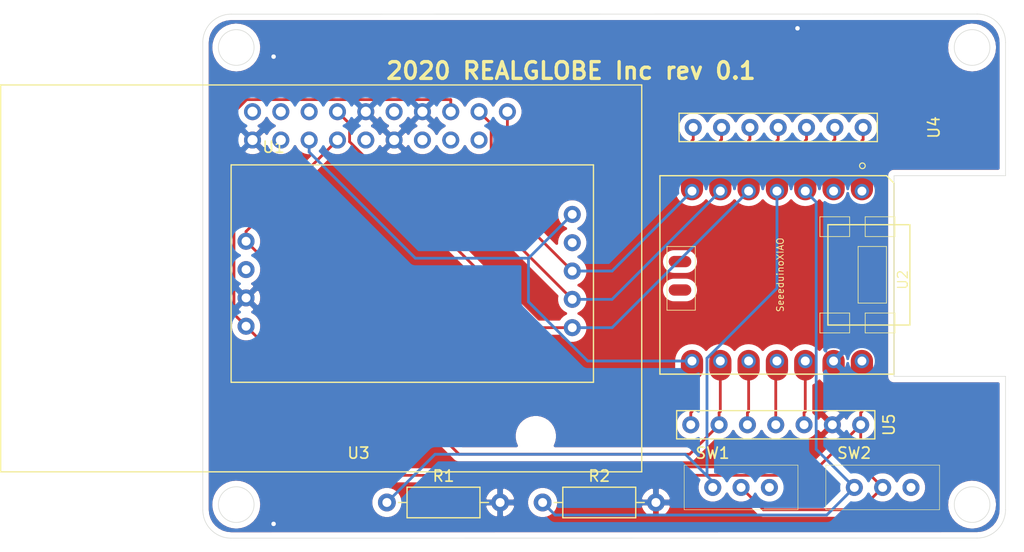
<source format=kicad_pcb>
(kicad_pcb (version 20171130) (host pcbnew "(5.1.2-1)-1")
  (layers (0 F.Cu signal) (31 B.Cu signal) (34 B.Paste user) (35 F.Paste user) (36 B.SilkS user) (37 F.SilkS user) (38 B.Mask user) (39 F.Mask user) (44 Edge.Cuts user))
  (net 0 "")
  (net 1 "Net-(R1-Pad1)")
  (net 2 GND)
  (net 3 "Net-(R2-Pad1)")
  (net 4 "Net-(U1-Pad7)")
  (net 5 "Net-(U1-Pad6)")
  (net 6 "Net-(U1-Pad5)")
  (net 7 "Net-(U1-Pad4)")
  (net 8 "Net-(U1-Pad3)")
  (net 9 "Net-(U1-Pad1)")
  (net 10 "Net-(U1-Pad2)")
  (net 11 "Net-(U2-Pad11)")
  (net 12 "Net-(U2-Pad10)")
  (net 13 "Net-(U2-Pad15)")
  (net 14 "Net-(U2-Pad16)")
  (net 15 "Net-(U2-Pad17)")
  (net 16 "Net-(U2-Pad18)")
  (net 17 "Net-(U2-Pad19)")
  (net 18 "Net-(U2-Pad20)")
  (net 19 "Net-(SW1-Pad3)")
  (net 20 "Net-(SW2-Pad3)")
  (net 21 "Net-(U2-Pad2)")
  (net 22 "Net-(U2-Pad1)")
  (net 23 +5V)
  (net 24 "Net-(U2-Pad12)")
  (net 25 "Net-(U3-Pad15)")
  (net 26 "Net-(U3-Pad14)")
  (net 27 "Net-(U3-Pad13)")
  (net 28 "Net-(U3-Pad11)")
  (net 29 "Net-(U3-Pad10)")
  (net 30 "Net-(U3-Pad9)")
  (net 31 "Net-(U3-Pad7)")
  (net 32 "Net-(U3-Pad4)")
  (net 33 "Net-(U3-Pad1)")
  (module kicad_mylib:MH-Z14A (layer F.Cu) (at 39.37 -40.64 180)
    (fp_text reference U3 (at 25.4 -33.02) (layer F.SilkS))
    (fp_text value MH-Z14A)
    (fp_line (start 0 0) (end 57.5 0) (layer F.SilkS) (width 0.12))
    (fp_line (start 0 -34.7) (end 57.5 -34.7) (layer F.SilkS) (width 0.12))
    (fp_line (start 0 -34.7) (end 0 0) (layer F.SilkS) (width 0.12))
    (fp_line (start 57.5 -34.7) (end 57.5 0) (layer F.SilkS) (width 0.12))
    (pad 19 thru_hole circle (at 12.05 -2.4 180) (size 1.524 1.524) (drill 0.9) (layers *.Cu *.Mask) (net 8 "Net-(U1-Pad3)"))
    (pad 18 thru_hole circle (at 14.59 -2.4 180) (size 1.524 1.524) (drill 0.9) (layers *.Cu *.Mask) (net 7 "Net-(U1-Pad4)"))
    (pad 17 thru_hole circle (at 17.13 -2.4 180) (size 1.524 1.524) (drill 0.9) (layers *.Cu *.Mask) (net 23 +5V))
    (pad 16 thru_hole circle (at 19.67 -2.4 180) (size 1.524 1.524) (drill 0.9) (layers *.Cu *.Mask) (net 2 GND))
    (pad 15 thru_hole circle (at 19.67 -4.94 180) (size 1.524 1.524) (drill 0.9) (layers *.Cu *.Mask) (net 25 "Net-(U3-Pad15)"))
    (pad 14 thru_hole circle (at 17.13 -4.94 180) (size 1.524 1.524) (drill 0.9) (layers *.Cu *.Mask) (net 26 "Net-(U3-Pad14)"))
    (pad 13 thru_hole circle (at 14.59 -4.94 180) (size 1.524 1.524) (drill 0.9) (layers *.Cu *.Mask) (net 27 "Net-(U3-Pad13)"))
    (pad 12 thru_hole circle (at 34.91 -4.94 180) (size 1.524 1.524) (drill 0.9) (layers *.Cu *.Mask) (net 2 GND))
    (pad 11 thru_hole circle (at 34.91 -2.4 180) (size 1.524 1.524) (drill 0.9) (layers *.Cu *.Mask) (net 28 "Net-(U3-Pad11)"))
    (pad 10 thru_hole circle (at 32.37 -4.94 180) (size 1.524 1.524) (drill 0.9) (layers *.Cu *.Mask) (net 29 "Net-(U3-Pad10)"))
    (pad 9 thru_hole circle (at 32.37 -2.4 180) (size 1.524 1.524) (drill 0.9) (layers *.Cu *.Mask) (net 30 "Net-(U3-Pad9)"))
    (pad 8 thru_hole circle (at 29.83 -4.94 180) (size 1.524 1.524) (drill 0.9) (layers *.Cu *.Mask) (net 9 "Net-(U1-Pad1)"))
    (pad 7 thru_hole circle (at 29.83 -2.4 180) (size 1.524 1.524) (drill 0.9) (layers *.Cu *.Mask) (net 31 "Net-(U3-Pad7)"))
    (pad 6 thru_hole circle (at 27.29 -4.94 180) (size 1.524 1.524) (drill 0.9) (layers *.Cu *.Mask) (net 5 "Net-(U1-Pad6)"))
    (pad 5 thru_hole circle (at 27.29 -2.4 180) (size 1.524 1.524) (drill 0.9) (layers *.Cu *.Mask) (net 6 "Net-(U1-Pad5)"))
    (pad 4 thru_hole circle (at 24.75 -4.94 180) (size 1.524 1.524) (drill 0.9) (layers *.Cu *.Mask) (net 32 "Net-(U3-Pad4)"))
    (pad 3 thru_hole circle (at 24.75 -2.4 180) (size 1.524 1.524) (drill 0.9) (layers *.Cu *.Mask) (net 2 GND))
    (pad 1 thru_hole circle (at 22.21 -2.4 180) (size 1.524 1.524) (drill 0.9) (layers *.Cu *.Mask) (net 33 "Net-(U3-Pad1)"))
    (pad 2 thru_hole circle (at 22.21 -4.94 180) (size 1.524 1.524) (drill 0.9) (layers *.Cu *.Mask) (net 2 GND))
    (pad "" np_thru_hole circle (at 9.5 -31.5 180) (size 2.6 2.6) (drill 2.6) (layers *.Cu *.Mask))
    (pad "" np_thru_hole circle (at 54 -31.5 180) (size 2.6 2.6) (drill 2.6) (layers *.Cu *.Mask))
    (pad "" np_thru_hole circle (at 54 -2.5 180) (size 2.6 2.6) (drill 2.6) (layers *.Cu *.Mask))
  )
  (module kicad_mylib:SeeedXIAO (layer F.Cu) (at 41 -32.5 270)
    (fp_text reference U2 (at 9.3345 -21.7805 90) (layer F.SilkS) (effects (font (size 0.889 0.889) (thickness 0.1016))))
    (fp_text value SeeeduinoXIAO (at 8.89 -10.795 90) (layer F.SilkS) (effects (font (size 0.6096 0.6096) (thickness 0.0762))))
    (fp_circle (center -0.889 -18.161) (end -0.889 -18.415) (layer F.SilkS) (width 0.1))
    (fp_line (start 4.3942 -15.06982) (end 4.3942 -22.42312) (layer F.SilkS) (width 0.127))
    (fp_line (start 13.39342 -15.06982) (end 4.3942 -15.06982) (layer F.SilkS) (width 0.127))
    (fp_line (start 13.39342 -22.42312) (end 13.39342 -15.06982) (layer F.SilkS) (width 0.127))
    (fp_line (start 4.39928 -22.42312) (end 13.39342 -22.42312) (layer F.SilkS) (width 0.127))
    (fp_line (start 0 -20.32762) (end 0 0) (layer F.SilkS) (width 0.127))
    (fp_line (start 0.67056 -20.99818) (end 0 -20.32762) (layer F.SilkS) (width 0.127))
    (fp_line (start 17.79778 -20.99818) (end 0.67056 -20.99818) (layer F.SilkS) (width 0.127))
    (fp_line (start 17.79778 0) (end 17.79778 -20.99818) (layer F.SilkS) (width 0.127))
    (fp_line (start 0 0) (end 17.79778 0) (layer F.SilkS) (width 0.127))
    (fp_line (start 12.319 -18.415) (end 12.319 -21.082) (layer F.SilkS) (width 0.06604))
    (fp_line (start 12.319 -21.082) (end 14.097 -21.082) (layer F.SilkS) (width 0.06604))
    (fp_line (start 14.097 -18.415) (end 14.097 -21.082) (layer F.SilkS) (width 0.06604))
    (fp_line (start 12.319 -18.415) (end 14.097 -18.415) (layer F.SilkS) (width 0.06604))
    (fp_line (start 12.319 -14.34846) (end 12.319 -17.018) (layer F.SilkS) (width 0.06604))
    (fp_line (start 12.319 -17.018) (end 14.097 -17.018) (layer F.SilkS) (width 0.06604))
    (fp_line (start 14.097 -14.34846) (end 14.097 -17.018) (layer F.SilkS) (width 0.06604))
    (fp_line (start 12.319 -14.34846) (end 14.097 -14.34846) (layer F.SilkS) (width 0.06604))
    (fp_line (start 3.683 -14.34846) (end 3.683 -17.018) (layer F.SilkS) (width 0.06604))
    (fp_line (start 3.683 -17.018) (end 5.461 -17.018) (layer F.SilkS) (width 0.06604))
    (fp_line (start 5.461 -14.34846) (end 5.461 -17.018) (layer F.SilkS) (width 0.06604))
    (fp_line (start 3.683 -14.34846) (end 5.461 -14.34846) (layer F.SilkS) (width 0.06604))
    (fp_line (start 3.683 -18.415) (end 3.683 -21.082) (layer F.SilkS) (width 0.06604))
    (fp_line (start 3.683 -21.082) (end 5.461 -21.082) (layer F.SilkS) (width 0.06604))
    (fp_line (start 5.461 -18.415) (end 5.461 -21.082) (layer F.SilkS) (width 0.06604))
    (fp_line (start 3.683 -18.415) (end 5.461 -18.415) (layer F.SilkS) (width 0.06604))
    (fp_line (start 6.35 -0.635) (end 6.35 -3.175) (layer F.SilkS) (width 0.06604))
    (fp_line (start 6.35 -3.175) (end 12.065 -3.175) (layer F.SilkS) (width 0.06604))
    (fp_line (start 12.065 -0.635) (end 12.065 -3.175) (layer F.SilkS) (width 0.06604))
    (fp_line (start 6.35 -0.635) (end 12.065 -0.635) (layer F.SilkS) (width 0.06604))
    (fp_line (start 6.35 -17.78) (end 6.35 -20.32) (layer F.SilkS) (width 0.06604))
    (fp_line (start 6.35 -20.32) (end 11.43 -20.32) (layer F.SilkS) (width 0.06604))
    (fp_line (start 11.43 -17.78) (end 11.43 -20.32) (layer F.SilkS) (width 0.06604))
    (fp_line (start 6.35 -17.78) (end 11.43 -17.78) (layer F.SilkS) (width 0.06604))
    (pad 8 thru_hole circle (at 16.62 -2.877 270) (size 1.3 1.3) (drill 0.8) (layers *.Cu *.Mask) (net 9 "Net-(U1-Pad1)"))
    (pad 9 thru_hole circle (at 16.62 -5.417 270) (size 1.3 1.3) (drill 0.8) (layers *.Cu *.Mask) (net 5 "Net-(U1-Pad6)"))
    (pad 10 thru_hole circle (at 16.62 -7.957 270) (size 1.3 1.3) (drill 0.8) (layers *.Cu *.Mask) (net 12 "Net-(U2-Pad10)"))
    (pad 11 thru_hole circle (at 16.62 -10.497 270) (size 1.3 1.3) (drill 0.8) (layers *.Cu *.Mask) (net 11 "Net-(U2-Pad11)"))
    (pad 12 thru_hole circle (at 16.62 -13.037 270) (size 1.3 1.3) (drill 0.8) (layers *.Cu *.Mask) (net 24 "Net-(U2-Pad12)"))
    (pad 13 thru_hole circle (at 16.62 -15.577 270) (size 1.3 1.3) (drill 0.8) (layers *.Cu *.Mask) (net 2 GND))
    (pad 14 thru_hole circle (at 16.62 -18.117 270) (size 1.3 1.3) (drill 0.8) (layers *.Cu *.Mask) (net 23 +5V))
    (pad 14 smd oval (at 16.99768 -18.11782 270) (size 2.74828 1.99898) (layers F.Cu F.Paste F.Mask) (net 23 +5V))
    (pad 13 smd oval (at 16.99768 -15.57782 270) (size 2.74828 1.99898) (layers F.Cu F.Paste F.Mask) (net 2 GND))
    (pad 12 smd oval (at 16.99768 -13.03782 270) (size 2.74828 1.99898) (layers F.Cu F.Paste F.Mask) (net 24 "Net-(U2-Pad12)"))
    (pad 11 smd oval (at 16.99768 -10.49782 270) (size 2.74828 1.99898) (layers F.Cu F.Paste F.Mask) (net 11 "Net-(U2-Pad11)"))
    (pad 10 smd oval (at 16.99768 -7.95782 270) (size 2.74828 1.99898) (layers F.Cu F.Paste F.Mask) (net 12 "Net-(U2-Pad10)"))
    (pad 9 smd oval (at 16.99768 -5.41782 270) (size 2.74828 1.99898) (layers F.Cu F.Paste F.Mask) (net 5 "Net-(U1-Pad6)"))
    (pad 8 smd oval (at 16.99768 -2.87782 270) (size 2.74828 1.99898) (layers F.Cu F.Paste F.Mask) (net 9 "Net-(U1-Pad1)"))
    (pad 7 smd oval (at 0.83312 -2.87782 270) (size 2.74828 1.99898) (layers F.Cu F.Paste F.Mask) (net 8 "Net-(U1-Pad3)"))
    (pad 6 smd oval (at 0.83312 -5.41782 270) (size 2.74828 1.99898) (layers F.Cu F.Paste F.Mask) (net 7 "Net-(U1-Pad4)"))
    (pad 5 smd oval (at 0.83312 -7.95782 270) (size 2.74828 1.99898) (layers F.Cu F.Paste F.Mask) (net 6 "Net-(U1-Pad5)"))
    (pad 4 smd oval (at 0.83312 -10.49782 270) (size 2.74828 1.99898) (layers F.Cu F.Paste F.Mask) (net 1 "Net-(R1-Pad1)"))
    (pad 3 smd oval (at 0.83312 -13.03782 270) (size 2.74828 1.99898) (layers F.Cu F.Paste F.Mask) (net 3 "Net-(R2-Pad1)"))
    (pad 2 smd oval (at 0.83312 -15.57782 270) (size 2.74828 1.99898) (layers F.Cu F.Paste F.Mask) (net 21 "Net-(U2-Pad2)"))
    (pad 1 smd oval (at 0.83312 -18.11782 270) (size 2.74828 1.99898) (layers F.Cu F.Paste F.Mask) (net 22 "Net-(U2-Pad1)"))
    (pad 15 smd oval (at 7.7 -1.8) (size 2.032 1.016) (layers F.Cu F.Paste F.Mask) (net 13 "Net-(U2-Pad15)"))
    (pad 16 smd oval (at 10.25 -1.8) (size 2.032 1.016) (layers F.Cu F.Paste F.Mask) (net 14 "Net-(U2-Pad16)"))
    (pad 17 smd circle (at 7.698803 -18.804187) (size 1.143 1.143) (layers F.Cu F.Paste F.Mask) (net 15 "Net-(U2-Pad17)"))
    (pad 18 smd circle (at 10.238803 -18.804187) (size 1.143 1.143) (layers F.Cu F.Paste F.Mask) (net 16 "Net-(U2-Pad18)"))
    (pad 19 smd circle (at 7.698803 -16.264187) (size 1.143 1.143) (layers F.Cu F.Paste F.Mask) (net 17 "Net-(U2-Pad19)"))
    (pad 20 smd circle (at 10.238803 -16.264187) (size 1.143 1.143) (layers F.Cu F.Paste F.Mask) (net 18 "Net-(U2-Pad20)"))
    (pad 1 thru_hole circle (at 1.38 -18.118 270) (size 1.3 1.3) (drill 0.8) (layers *.Cu *.Mask) (net 22 "Net-(U2-Pad1)"))
    (pad 2 thru_hole circle (at 1.38 -15.578 270) (size 1.3 1.3) (drill 0.8) (layers *.Cu *.Mask) (net 21 "Net-(U2-Pad2)"))
    (pad 3 thru_hole circle (at 1.38 -13.038 270) (size 1.3 1.3) (drill 0.8) (layers *.Cu *.Mask) (net 3 "Net-(R2-Pad1)"))
    (pad 4 thru_hole circle (at 1.38 -10.498 270) (size 1.3 1.3) (drill 0.8) (layers *.Cu *.Mask) (net 1 "Net-(R1-Pad1)"))
    (pad 5 thru_hole circle (at 1.38 -7.958 270) (size 1.3 1.3) (drill 0.8) (layers *.Cu *.Mask) (net 6 "Net-(U1-Pad5)"))
    (pad 6 thru_hole circle (at 1.38 -5.418 270) (size 1.3 1.3) (drill 0.8) (layers *.Cu *.Mask) (net 7 "Net-(U1-Pad4)"))
    (pad 7 thru_hole circle (at 1.38 -2.878 270) (size 1.3 1.3) (drill 0.8) (layers *.Cu *.Mask) (net 8 "Net-(U1-Pad3)"))
  )
  (module Resistor_THT:R_Axial_DIN0207_L6.3mm_D2.5mm_P10.16mm_Horizontal (layer F.Cu) (at 16.51 -3.19)
    (fp_text reference R1 (at 5.08 -2.37) (layer F.SilkS))
    (fp_text value R)
    (fp_line (start 9.12 0) (end 8.35 0) (layer F.SilkS) (width 0.12))
    (fp_line (start 1.04 0) (end 1.81 0) (layer F.SilkS) (width 0.12))
    (fp_line (start 8.35 -1.37) (end 1.81 -1.37) (layer F.SilkS) (width 0.12))
    (fp_line (start 8.35 1.37) (end 8.35 -1.37) (layer F.SilkS) (width 0.12))
    (fp_line (start 1.81 1.37) (end 8.35 1.37) (layer F.SilkS) (width 0.12))
    (fp_line (start 1.81 -1.37) (end 1.81 1.37) (layer F.SilkS) (width 0.12))
    (pad 2 thru_hole oval (at 10.16 0) (size 1.6 1.6) (drill 0.8) (layers *.Cu *.Mask) (net 2 GND))
    (pad 1 thru_hole circle (at 0 0) (size 1.6 1.6) (drill 0.8) (layers *.Cu *.Mask) (net 1 "Net-(R1-Pad1)"))
  )
  (module Resistor_THT:R_Axial_DIN0207_L6.3mm_D2.5mm_P10.16mm_Horizontal (layer F.Cu) (at 30.48 -3.19)
    (fp_text reference R2 (at 5.08 -2.37) (layer F.SilkS))
    (fp_text value R)
    (fp_line (start 9.12 0) (end 8.35 0) (layer F.SilkS) (width 0.12))
    (fp_line (start 1.04 0) (end 1.81 0) (layer F.SilkS) (width 0.12))
    (fp_line (start 8.35 -1.37) (end 1.81 -1.37) (layer F.SilkS) (width 0.12))
    (fp_line (start 8.35 1.37) (end 8.35 -1.37) (layer F.SilkS) (width 0.12))
    (fp_line (start 1.81 1.37) (end 8.35 1.37) (layer F.SilkS) (width 0.12))
    (fp_line (start 1.81 -1.37) (end 1.81 1.37) (layer F.SilkS) (width 0.12))
    (pad 2 thru_hole oval (at 10.16 0) (size 1.6 1.6) (drill 0.8) (layers *.Cu *.Mask) (net 2 GND))
    (pad 1 thru_hole circle (at 0 0) (size 1.6 1.6) (drill 0.8) (layers *.Cu *.Mask) (net 3 "Net-(R2-Pad1)"))
  )
  (module kicad_mylib:SW_SLIDE_sengoku (layer F.Cu) (at 43.18 -2.54)
    (fp_text reference SW1 (at 2.54 -5.08) (layer F.SilkS))
    (fp_text value SW_SPDT)
    (fp_line (start 0 -4) (end 0 0) (layer F.SilkS) (width 0.05))
    (fp_line (start 10.2 -4) (end 10.2 0) (layer F.SilkS) (width 0.05))
    (fp_line (start 10.2 -4) (end 0 -4) (layer F.SilkS) (width 0.05))
    (fp_line (start 10.2 0) (end 0 0) (layer F.SilkS) (width 0.05))
    (pad 1 thru_hole circle (at 2.56 -2) (size 1.524 1.524) (drill 0.8) (layers *.Cu *.Mask) (net 1 "Net-(R1-Pad1)"))
    (pad 2 thru_hole circle (at 5.1 -2) (size 1.524 1.524) (drill 0.8) (layers *.Cu *.Mask) (net 23 +5V))
    (pad 3 thru_hole circle (at 7.64 -2) (size 1.524 1.524) (drill 0.8) (layers *.Cu *.Mask) (net 19 "Net-(SW1-Pad3)"))
  )
  (module kicad_mylib:SW_SLIDE_sengoku (layer F.Cu) (at 55.88 -2.54)
    (fp_text reference SW2 (at 2.54 -5.08) (layer F.SilkS))
    (fp_text value SW_SPDT)
    (fp_line (start 10.2 0) (end 0 0) (layer F.SilkS) (width 0.05))
    (fp_line (start 10.2 -4) (end 0 -4) (layer F.SilkS) (width 0.05))
    (fp_line (start 10.2 -4) (end 10.2 0) (layer F.SilkS) (width 0.05))
    (fp_line (start 0 -4) (end 0 0) (layer F.SilkS) (width 0.05))
    (pad 3 thru_hole circle (at 7.64 -2) (size 1.524 1.524) (drill 0.8) (layers *.Cu *.Mask) (net 20 "Net-(SW2-Pad3)"))
    (pad 2 thru_hole circle (at 5.1 -2) (size 1.524 1.524) (drill 0.8) (layers *.Cu *.Mask) (net 23 +5V))
    (pad 1 thru_hole circle (at 2.56 -2) (size 1.524 1.524) (drill 0.8) (layers *.Cu *.Mask) (net 3 "Net-(R2-Pad1)"))
  )
  (module kicad_mylib:MH-Z19B (layer F.Cu) (at 2.54 -13.97)
    (fp_text reference U1 (at 3.81 -21.09) (layer F.SilkS))
    (fp_text value MH-Z19B)
    (fp_line (start 0 0) (end 0 -19.5) (layer F.SilkS) (width 0.12))
    (fp_line (start 32.5 0) (end 32.5 -19.5) (layer F.SilkS) (width 0.12))
    (fp_line (start 0 0) (end 32.5 0) (layer F.SilkS) (width 0.12))
    (fp_line (start 0 -19.5) (end 32.5 -19.5) (layer F.SilkS) (width 0.12))
    (pad 1 thru_hole circle (at 30.6 -15.06) (size 1.524 1.524) (drill 0.8) (layers *.Cu *.Mask) (net 9 "Net-(U1-Pad1)"))
    (pad 2 thru_hole circle (at 30.6 -12.52) (size 1.524 1.524) (drill 0.8) (layers *.Cu *.Mask) (net 10 "Net-(U1-Pad2)"))
    (pad 3 thru_hole circle (at 30.6 -9.98) (size 1.524 1.524) (drill 0.8) (layers *.Cu *.Mask) (net 8 "Net-(U1-Pad3)"))
    (pad 4 thru_hole circle (at 30.6 -7.44) (size 1.524 1.524) (drill 0.8) (layers *.Cu *.Mask) (net 7 "Net-(U1-Pad4)"))
    (pad 5 thru_hole circle (at 30.6 -4.9) (size 1.524 1.524) (drill 0.8) (layers *.Cu *.Mask) (net 6 "Net-(U1-Pad5)"))
    (pad 6 thru_hole circle (at 1.34 -12.65) (size 1.524 1.524) (drill 0.8) (layers *.Cu *.Mask) (net 5 "Net-(U1-Pad6)"))
    (pad 7 thru_hole circle (at 1.34 -10.11) (size 1.524 1.524) (drill 0.8) (layers *.Cu *.Mask) (net 4 "Net-(U1-Pad7)"))
    (pad 8 thru_hole circle (at 1.34 -7.57) (size 1.524 1.524) (drill 0.8) (layers *.Cu *.Mask) (net 2 GND))
    (pad 9 thru_hole circle (at 1.34 -5.03) (size 1.524 1.524) (drill 0.8) (layers *.Cu *.Mask) (net 23 +5V))
  )
  (module kicad_mylib:PinHeader_XIAO (layer F.Cu) (at 60.5 -35.56 90)
    (fp_text reference U4 (at 1.27 5.08 90) (layer F.SilkS))
    (fp_text value PinHeader_XIAO)
    (fp_line (start 0 -17.78) (end 0 0) (layer F.SilkS) (width 0.12))
    (fp_line (start 0 0) (end 2.54 0) (layer F.SilkS) (width 0.12))
    (fp_line (start 2.54 0) (end 2.54 -17.78) (layer F.SilkS) (width 0.12))
    (fp_line (start 2.54 -17.78) (end 0 -17.78) (layer F.SilkS) (width 0.12))
    (pad 1 thru_hole circle (at 1.27 -1.27 90) (size 1.524 1.524) (drill 0.8) (layers *.Cu *.Mask) (net 22 "Net-(U2-Pad1)"))
    (pad 2 thru_hole circle (at 1.27 -3.81 90) (size 1.524 1.524) (drill 0.8) (layers *.Cu *.Mask) (net 21 "Net-(U2-Pad2)"))
    (pad 3 thru_hole circle (at 1.27 -6.35 90) (size 1.524 1.524) (drill 0.8) (layers *.Cu *.Mask) (net 3 "Net-(R2-Pad1)"))
    (pad 4 thru_hole circle (at 1.27 -8.89 90) (size 1.524 1.524) (drill 0.8) (layers *.Cu *.Mask) (net 1 "Net-(R1-Pad1)"))
    (pad 5 thru_hole circle (at 1.27 -11.43 90) (size 1.524 1.524) (drill 0.8) (layers *.Cu *.Mask) (net 6 "Net-(U1-Pad5)"))
    (pad 6 thru_hole circle (at 1.27 -13.97 90) (size 1.524 1.524) (drill 0.8) (layers *.Cu *.Mask) (net 7 "Net-(U1-Pad4)"))
    (pad 7 thru_hole circle (at 1.27 -16.51 90) (size 1.524 1.524) (drill 0.8) (layers *.Cu *.Mask) (net 8 "Net-(U1-Pad3)"))
  )
  (module kicad_mylib:PinHeader_XIAO (layer F.Cu) (at 42.5 -11.43 270)
    (fp_text reference U5 (at 1.27 -19.05 90) (layer F.SilkS))
    (fp_text value PinHeader_XIAO)
    (fp_line (start 2.54 -17.78) (end 0 -17.78) (layer F.SilkS) (width 0.12))
    (fp_line (start 2.54 0) (end 2.54 -17.78) (layer F.SilkS) (width 0.12))
    (fp_line (start 0 0) (end 2.54 0) (layer F.SilkS) (width 0.12))
    (fp_line (start 0 -17.78) (end 0 0) (layer F.SilkS) (width 0.12))
    (pad 7 thru_hole circle (at 1.27 -16.51 270) (size 1.524 1.524) (drill 0.8) (layers *.Cu *.Mask) (net 23 +5V))
    (pad 6 thru_hole circle (at 1.27 -13.97 270) (size 1.524 1.524) (drill 0.8) (layers *.Cu *.Mask) (net 2 GND))
    (pad 5 thru_hole circle (at 1.27 -11.43 270) (size 1.524 1.524) (drill 0.8) (layers *.Cu *.Mask) (net 24 "Net-(U2-Pad12)"))
    (pad 4 thru_hole circle (at 1.27 -8.89 270) (size 1.524 1.524) (drill 0.8) (layers *.Cu *.Mask) (net 11 "Net-(U2-Pad11)"))
    (pad 3 thru_hole circle (at 1.27 -6.35 270) (size 1.524 1.524) (drill 0.8) (layers *.Cu *.Mask) (net 12 "Net-(U2-Pad10)"))
    (pad 2 thru_hole circle (at 1.27 -3.81 270) (size 1.524 1.524) (drill 0.8) (layers *.Cu *.Mask) (net 5 "Net-(U1-Pad6)"))
    (pad 1 thru_hole circle (at 1.27 -1.27 270) (size 1.524 1.524) (drill 0.8) (layers *.Cu *.Mask) (net 9 "Net-(U1-Pad1)"))
  )
  (gr_line (start 2.54 0.01) (end 69.46 0) (layer Edge.Cuts) (width 0.05))
  (gr_line (start 62 -14.5) (end 72 -14.5) (layer Edge.Cuts) (width 0.05))
  (gr_line (start 62 -32.5) (end 72 -32.5) (layer Edge.Cuts) (width 0.05))
  (gr_line (start 62 -32.5) (end 62 -14.5) (layer Edge.Cuts) (width 0.05))
  (gr_line (start 72 -44.46) (end 72 -32.5) (layer Edge.Cuts) (width 0.05))
  (gr_arc (start 69.46 -44.46) (end 69.46 -47) (angle 90) (layer Edge.Cuts) (width 0.05))
  (gr_arc (start 69.46 -2.54) (end 72 -2.54) (angle 90) (layer Edge.Cuts) (width 0.05))
  (gr_arc (start 2.54 -2.53) (end 0 -2.53) (angle -90) (layer Edge.Cuts) (width 0.05))
  (gr_circle (center 3 -44) (end 4.6 -44) (layer Edge.Cuts) (width 0.05))
  (gr_arc (start 2.54 -44.45) (end 2.54 -46.99) (angle -90) (layer Edge.Cuts) (width 0.05))
  (gr_text "2020 REALGLOBE Inc rev 0.1" (at 33.02 -41.91) (layer F.SilkS) (effects (font (size 1.5 1.5) (thickness 0.3))))
  (gr_circle (center 3 -3) (end 4.6 -3) (layer Edge.Cuts) (width 0.05))
  (gr_circle (center 69 -44) (end 70.6 -44) (layer Edge.Cuts) (width 0.05))
  (gr_circle (center 69 -3) (end 70.6 -3) (layer Edge.Cuts) (width 0.05))
  (gr_line (start 72 -14.5) (end 72 -2.54) (layer Edge.Cuts) (width 0.05))
  (gr_line (start 0 -44.45) (end 0 -2.53) (layer Edge.Cuts) (width 0.05))
  (gr_line (start 2.54 -46.99) (end 69.46 -47) (layer Edge.Cuts) (width 0.05))
  (segment (start 51.61 -35.75237) (end 51.49782 -35.64019) (width 0.25) (layer F.Cu) (net 1))
  (segment (start 51.49782 -35.64019) (end 51.49782 -31.945001) (width 0.25) (layer F.Cu) (net 1))
  (segment (start 51.61 -36.83) (end 51.61 -35.75237) (width 0.25) (layer F.Cu) (net 1))
  (segment (start 45.74 -5.06) (end 45.74 -4.54) (width 0.25) (layer B.Cu) (net 1))
  (segment (start 45.222999 -16.129001) (end 45.222999 -5.577001) (width 0.25) (layer B.Cu) (net 1))
  (segment (start 51.498 -22.404002) (end 45.222999 -16.129001) (width 0.25) (layer B.Cu) (net 1))
  (segment (start 45.222999 -5.577001) (end 45.74 -5.06) (width 0.25) (layer B.Cu) (net 1))
  (segment (start 51.498 -31.12) (end 51.498 -22.404002) (width 0.25) (layer B.Cu) (net 1))
  (segment (start 20.834999 -7.514999) (end 43.285001 -7.514999) (width 0.25) (layer B.Cu) (net 1))
  (segment (start 43.285001 -7.514999) (end 45.222999 -5.577001) (width 0.25) (layer B.Cu) (net 1))
  (segment (start 16.51 -3.19) (end 20.834999 -7.514999) (width 0.25) (layer B.Cu) (net 1))
  (via (at 6.35 -43.18) (size 0.8) (drill 0.4) (layers F.Cu B.Cu) (net 2))
  (via (at 53.34 -45.72) (size 0.8) (drill 0.4) (layers F.Cu B.Cu) (net 2))
  (via (at 6.35 -1.27) (size 0.8) (drill 0.4) (layers F.Cu B.Cu) (net 2))
  (segment (start 54.03782 -35.64019) (end 54.03782 -31.945001) (width 0.25) (layer F.Cu) (net 3))
  (segment (start 54.15 -35.75237) (end 54.03782 -35.64019) (width 0.25) (layer F.Cu) (net 3))
  (segment (start 54.15 -36.83) (end 54.15 -35.75237) (width 0.25) (layer F.Cu) (net 3))
  (segment (start 57.678001 -5.301999) (end 58.44 -4.54) (width 0.25) (layer B.Cu) (net 3))
  (segment (start 55.017001 -7.962999) (end 57.678001 -5.301999) (width 0.25) (layer B.Cu) (net 3))
  (segment (start 55.017001 -30.140999) (end 55.017001 -7.962999) (width 0.25) (layer B.Cu) (net 3))
  (segment (start 54.038 -31.12) (end 55.017001 -30.140999) (width 0.25) (layer B.Cu) (net 3))
  (segment (start 57.678001 -3.778001) (end 58.44 -4.54) (width 0.25) (layer B.Cu) (net 3))
  (segment (start 55.964999 -2.064999) (end 57.678001 -3.778001) (width 0.25) (layer B.Cu) (net 3))
  (segment (start 31.605001 -2.064999) (end 55.964999 -2.064999) (width 0.25) (layer B.Cu) (net 3))
  (segment (start 30.48 -3.19) (end 31.605001 -2.064999) (width 0.25) (layer B.Cu) (net 3))
  (segment (start 46.41782 -11.34545) (end 46.41782 -15.054999) (width 0.25) (layer F.Cu) (net 5))
  (segment (start 46.31 -11.23763) (end 46.41782 -11.34545) (width 0.25) (layer F.Cu) (net 5))
  (segment (start 46.31 -10.16) (end 46.31 -11.23763) (width 0.25) (layer F.Cu) (net 5))
  (segment (start 45.548001 -9.398001) (end 46.31 -10.16) (width 0.25) (layer F.Cu) (net 5))
  (segment (start 22.985001 -7.514999) (end 43.664999 -7.514999) (width 0.25) (layer F.Cu) (net 5))
  (segment (start 43.664999 -7.514999) (end 45.548001 -9.398001) (width 0.25) (layer F.Cu) (net 5))
  (segment (start 3.88 -26.62) (end 22.985001 -7.514999) (width 0.25) (layer F.Cu) (net 5))
  (segment (start 3.88 -27.5) (end 3.88 -26.62) (width 0.25) (layer F.Cu) (net 5))
  (segment (start 12.08 -35.7) (end 3.88 -27.5) (width 0.25) (layer F.Cu) (net 5))
  (segment (start 48.95782 -35.64019) (end 48.95782 -31.945001) (width 0.25) (layer F.Cu) (net 6))
  (segment (start 49.07 -35.75237) (end 48.95782 -35.64019) (width 0.25) (layer F.Cu) (net 6))
  (segment (start 49.07 -36.83) (end 49.07 -35.75237) (width 0.25) (layer F.Cu) (net 6))
  (segment (start 36.708 -18.87) (end 48.958 -31.12) (width 0.25) (layer B.Cu) (net 6))
  (segment (start 33.14 -18.87) (end 36.708 -18.87) (width 0.25) (layer B.Cu) (net 6))
  (segment (start 12.841999 -37.478001) (end 12.08 -38.24) (width 0.25) (layer F.Cu) (net 6))
  (segment (start 13.167001 -35.544237) (end 13.167001 -37.152999) (width 0.25) (layer F.Cu) (net 6))
  (segment (start 29.841238 -18.87) (end 13.167001 -35.544237) (width 0.25) (layer F.Cu) (net 6))
  (segment (start 13.167001 -37.152999) (end 12.841999 -37.478001) (width 0.25) (layer F.Cu) (net 6))
  (segment (start 33.14 -18.87) (end 29.841238 -18.87) (width 0.25) (layer F.Cu) (net 6))
  (segment (start 46.53 -35.75237) (end 46.41782 -35.64019) (width 0.25) (layer F.Cu) (net 7))
  (segment (start 46.41782 -35.64019) (end 46.41782 -31.945001) (width 0.25) (layer F.Cu) (net 7))
  (segment (start 46.53 -36.83) (end 46.53 -35.75237) (width 0.25) (layer F.Cu) (net 7))
  (segment (start 36.708 -21.41) (end 46.418 -31.12) (width 0.25) (layer B.Cu) (net 7))
  (segment (start 33.14 -21.41) (end 36.708 -21.41) (width 0.25) (layer B.Cu) (net 7))
  (segment (start 25.867001 -28.682999) (end 32.378001 -22.171999) (width 0.25) (layer F.Cu) (net 7))
  (segment (start 32.378001 -22.171999) (end 33.14 -21.41) (width 0.25) (layer F.Cu) (net 7))
  (segment (start 25.867001 -37.152999) (end 25.867001 -28.682999) (width 0.25) (layer F.Cu) (net 7))
  (segment (start 24.78 -38.24) (end 25.867001 -37.152999) (width 0.25) (layer F.Cu) (net 7))
  (segment (start 43.87782 -35.64019) (end 43.87782 -31.945001) (width 0.25) (layer F.Cu) (net 8))
  (segment (start 43.99 -35.75237) (end 43.87782 -35.64019) (width 0.25) (layer F.Cu) (net 8))
  (segment (start 43.99 -36.83) (end 43.99 -35.75237) (width 0.25) (layer F.Cu) (net 8))
  (segment (start 36.708 -23.95) (end 33.14 -23.95) (width 0.25) (layer B.Cu) (net 8))
  (segment (start 43.878 -31.12) (end 36.708 -23.95) (width 0.25) (layer B.Cu) (net 8))
  (segment (start 27.32 -29.77) (end 33.14 -23.95) (width 0.25) (layer F.Cu) (net 8))
  (segment (start 27.32 -38.24) (end 27.32 -29.77) (width 0.25) (layer F.Cu) (net 8))
  (segment (start 43.87782 -11.34545) (end 43.87782 -15.054999) (width 0.25) (layer F.Cu) (net 9))
  (segment (start 43.77 -11.23763) (end 43.87782 -11.34545) (width 0.25) (layer F.Cu) (net 9))
  (segment (start 43.77 -10.16) (end 43.77 -11.23763) (width 0.25) (layer F.Cu) (net 9))
  (segment (start 34.521238 -15.88) (end 42.957762 -15.88) (width 0.25) (layer B.Cu) (net 9))
  (segment (start 42.957762 -15.88) (end 43.877 -15.88) (width 0.25) (layer B.Cu) (net 9))
  (segment (start 29.21 -25.1) (end 29.21 -21.191238) (width 0.25) (layer B.Cu) (net 9))
  (segment (start 29.21 -21.191238) (end 34.521238 -15.88) (width 0.25) (layer B.Cu) (net 9))
  (segment (start 33.14 -29.03) (end 29.21 -25.1) (width 0.25) (layer B.Cu) (net 9))
  (segment (start 19.06237 -25.1) (end 29.21 -25.1) (width 0.25) (layer B.Cu) (net 9))
  (segment (start 9.54 -34.62237) (end 19.06237 -25.1) (width 0.25) (layer B.Cu) (net 9))
  (segment (start 9.54 -35.7) (end 9.54 -34.62237) (width 0.25) (layer B.Cu) (net 9))
  (segment (start 51.39 -14.947179) (end 51.49782 -15.054999) (width 0.25) (layer F.Cu) (net 11))
  (segment (start 51.39 -10.16) (end 51.39 -14.947179) (width 0.25) (layer F.Cu) (net 11))
  (segment (start 48.85 -11.23763) (end 48.95782 -11.34545) (width 0.25) (layer F.Cu) (net 12))
  (segment (start 48.95782 -11.34545) (end 48.95782 -15.054999) (width 0.25) (layer F.Cu) (net 12))
  (segment (start 48.85 -10.16) (end 48.85 -11.23763) (width 0.25) (layer F.Cu) (net 12))
  (segment (start 56.57782 -35.64019) (end 56.57782 -31.945001) (width 0.25) (layer F.Cu) (net 21))
  (segment (start 56.69 -35.75237) (end 56.57782 -35.64019) (width 0.25) (layer F.Cu) (net 21))
  (segment (start 56.69 -36.83) (end 56.69 -35.75237) (width 0.25) (layer F.Cu) (net 21))
  (segment (start 59.11782 -35.64019) (end 59.11782 -31.945001) (width 0.25) (layer F.Cu) (net 22))
  (segment (start 59.23 -35.75237) (end 59.11782 -35.64019) (width 0.25) (layer F.Cu) (net 22))
  (segment (start 59.23 -36.83) (end 59.23 -35.75237) (width 0.25) (layer F.Cu) (net 22))
  (segment (start 59.11782 -11.34545) (end 59.11782 -15.054999) (width 0.25) (layer F.Cu) (net 23))
  (segment (start 59.01 -11.23763) (end 59.11782 -11.34545) (width 0.25) (layer F.Cu) (net 23))
  (segment (start 59.01 -10.16) (end 59.01 -11.23763) (width 0.25) (layer F.Cu) (net 23))
  (segment (start 59.01 -6.51) (end 60.98 -4.54) (width 0.25) (layer F.Cu) (net 23))
  (segment (start 59.01 -10.16) (end 59.01 -6.51) (width 0.25) (layer F.Cu) (net 23))
  (segment (start 60.98 -4.54) (end 58.98 -2.54) (width 0.25) (layer F.Cu) (net 23))
  (segment (start 50.28 -2.54) (end 48.28 -4.54) (width 0.25) (layer F.Cu) (net 23))
  (segment (start 58.98 -2.54) (end 50.28 -2.54) (width 0.25) (layer F.Cu) (net 23))
  (segment (start 58.248001 -9.398001) (end 59.01 -10.16) (width 0.25) (layer F.Cu) (net 23))
  (segment (start 17.252999 -5.627001) (end 54.477001 -5.627001) (width 0.25) (layer F.Cu) (net 23))
  (segment (start 54.477001 -5.627001) (end 58.248001 -9.398001) (width 0.25) (layer F.Cu) (net 23))
  (segment (start 3.88 -19) (end 17.252999 -5.627001) (width 0.25) (layer F.Cu) (net 23))
  (segment (start 2.792999 -20.087001) (end 3.118001 -19.761999) (width 0.25) (layer F.Cu) (net 23))
  (segment (start 3.938239 -39.327001) (end 2.792999 -38.181761) (width 0.25) (layer F.Cu) (net 23))
  (segment (start 22.230629 -39.327001) (end 3.938239 -39.327001) (width 0.25) (layer F.Cu) (net 23))
  (segment (start 3.118001 -19.761999) (end 3.88 -19) (width 0.25) (layer F.Cu) (net 23))
  (segment (start 2.792999 -38.181761) (end 2.792999 -20.087001) (width 0.25) (layer F.Cu) (net 23))
  (segment (start 22.24 -39.31763) (end 22.230629 -39.327001) (width 0.25) (layer F.Cu) (net 23))
  (segment (start 22.24 -38.24) (end 22.24 -39.31763) (width 0.25) (layer F.Cu) (net 23))
  (segment (start 54.03782 -11.34545) (end 54.03782 -15.054999) (width 0.25) (layer F.Cu) (net 24))
  (segment (start 53.93 -11.23763) (end 54.03782 -11.34545) (width 0.25) (layer F.Cu) (net 24))
  (segment (start 53.93 -10.16) (end 53.93 -11.23763) (width 0.25) (layer F.Cu) (net 24))
  (zone (net 2) (net_name GND) (layer B.Cu) (connect_pads (clearance 0.508)) (min_thickness 0.254) (fill yes (arc_segments 32) (thermal_gap 0.508) (thermal_bridge_width 0.508))
    (polygon (pts (xy 73.66 -48.26) (xy -1.27 -48.26) (xy -1.27 1.27) (xy 73.66 1.27)))
  )
  (zone (net 2) (net_name GND) (layer F.Cu) (connect_pads (clearance 0.508)) (min_thickness 0.254) (fill yes (arc_segments 32) (thermal_gap 0.508) (thermal_bridge_width 0.508))
    (polygon (pts (xy 73.66 -48.26) (xy -1.27 -48.26) (xy -1.27 1.27) (xy 73.66 1.27)))
  )
)
</source>
